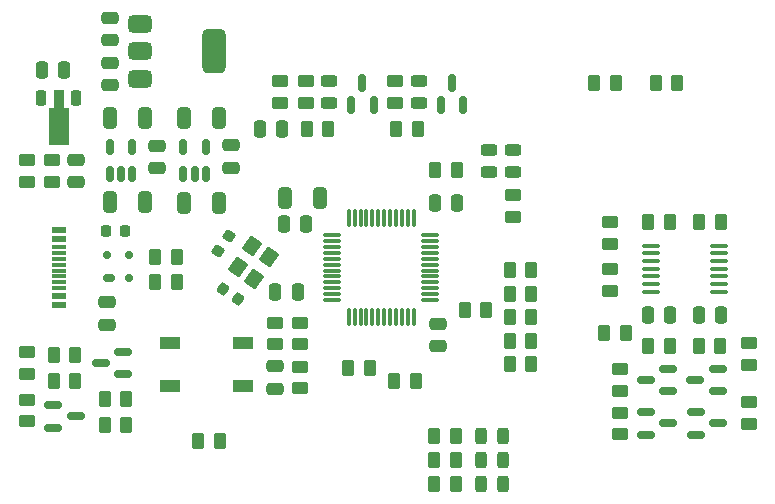
<source format=gbr>
%TF.GenerationSoftware,KiCad,Pcbnew,8.0.4*%
%TF.CreationDate,2024-08-18T22:57:54+08:00*%
%TF.ProjectId,DapLink_STM32F103CBT6,4461704c-696e-46b5-9f53-544d33324631,rev?*%
%TF.SameCoordinates,Original*%
%TF.FileFunction,Paste,Top*%
%TF.FilePolarity,Positive*%
%FSLAX46Y46*%
G04 Gerber Fmt 4.6, Leading zero omitted, Abs format (unit mm)*
G04 Created by KiCad (PCBNEW 8.0.4) date 2024-08-18 22:57:54*
%MOMM*%
%LPD*%
G01*
G04 APERTURE LIST*
G04 Aperture macros list*
%AMRoundRect*
0 Rectangle with rounded corners*
0 $1 Rounding radius*
0 $2 $3 $4 $5 $6 $7 $8 $9 X,Y pos of 4 corners*
0 Add a 4 corners polygon primitive as box body*
4,1,4,$2,$3,$4,$5,$6,$7,$8,$9,$2,$3,0*
0 Add four circle primitives for the rounded corners*
1,1,$1+$1,$2,$3*
1,1,$1+$1,$4,$5*
1,1,$1+$1,$6,$7*
1,1,$1+$1,$8,$9*
0 Add four rect primitives between the rounded corners*
20,1,$1+$1,$2,$3,$4,$5,0*
20,1,$1+$1,$4,$5,$6,$7,0*
20,1,$1+$1,$6,$7,$8,$9,0*
20,1,$1+$1,$8,$9,$2,$3,0*%
%AMRotRect*
0 Rectangle, with rotation*
0 The origin of the aperture is its center*
0 $1 length*
0 $2 width*
0 $3 Rotation angle, in degrees counterclockwise*
0 Add horizontal line*
21,1,$1,$2,0,0,$3*%
%AMFreePoly0*
4,1,9,3.862500,-0.866500,0.737500,-0.866500,0.737500,-0.450000,-0.737500,-0.450000,-0.737500,0.450000,0.737500,0.450000,0.737500,0.866500,3.862500,0.866500,3.862500,-0.866500,3.862500,-0.866500,$1*%
G04 Aperture macros list end*
%ADD10RoundRect,0.250000X0.262500X0.450000X-0.262500X0.450000X-0.262500X-0.450000X0.262500X-0.450000X0*%
%ADD11RoundRect,0.250000X-0.450000X0.262500X-0.450000X-0.262500X0.450000X-0.262500X0.450000X0.262500X0*%
%ADD12RoundRect,0.250000X-0.250000X-0.475000X0.250000X-0.475000X0.250000X0.475000X-0.250000X0.475000X0*%
%ADD13RoundRect,0.250000X0.250000X0.475000X-0.250000X0.475000X-0.250000X-0.475000X0.250000X-0.475000X0*%
%ADD14RoundRect,0.250000X-0.262500X-0.450000X0.262500X-0.450000X0.262500X0.450000X-0.262500X0.450000X0*%
%ADD15RoundRect,0.100000X0.637500X0.100000X-0.637500X0.100000X-0.637500X-0.100000X0.637500X-0.100000X0*%
%ADD16RoundRect,0.150000X0.150000X-0.512500X0.150000X0.512500X-0.150000X0.512500X-0.150000X-0.512500X0*%
%ADD17RoundRect,0.250000X-0.325000X-0.650000X0.325000X-0.650000X0.325000X0.650000X-0.325000X0.650000X0*%
%ADD18RoundRect,0.243750X-0.243750X-0.456250X0.243750X-0.456250X0.243750X0.456250X-0.243750X0.456250X0*%
%ADD19R,1.240000X0.600000*%
%ADD20R,1.240000X0.300000*%
%ADD21RoundRect,0.250000X-0.475000X0.250000X-0.475000X-0.250000X0.475000X-0.250000X0.475000X0.250000X0*%
%ADD22RoundRect,0.250000X0.450000X-0.262500X0.450000X0.262500X-0.450000X0.262500X-0.450000X-0.262500X0*%
%ADD23RoundRect,0.150000X-0.587500X-0.150000X0.587500X-0.150000X0.587500X0.150000X-0.587500X0.150000X0*%
%ADD24R,1.800000X1.100000*%
%ADD25RoundRect,0.150000X0.150000X-0.587500X0.150000X0.587500X-0.150000X0.587500X-0.150000X-0.587500X0*%
%ADD26RoundRect,0.225000X-0.225000X0.425000X-0.225000X-0.425000X0.225000X-0.425000X0.225000X0.425000X0*%
%ADD27FreePoly0,270.000000*%
%ADD28RoundRect,0.243750X-0.456250X0.243750X-0.456250X-0.243750X0.456250X-0.243750X0.456250X0.243750X0*%
%ADD29RoundRect,0.243750X0.456250X-0.243750X0.456250X0.243750X-0.456250X0.243750X-0.456250X-0.243750X0*%
%ADD30RoundRect,0.175000X0.325000X-0.175000X0.325000X0.175000X-0.325000X0.175000X-0.325000X-0.175000X0*%
%ADD31RoundRect,0.150000X0.150000X-0.200000X0.150000X0.200000X-0.150000X0.200000X-0.150000X-0.200000X0*%
%ADD32RoundRect,0.250000X0.475000X-0.250000X0.475000X0.250000X-0.475000X0.250000X-0.475000X-0.250000X0*%
%ADD33RoundRect,0.225000X0.327703X0.075733X-0.040915X0.333843X-0.327703X-0.075733X0.040915X-0.333843X0*%
%ADD34RoundRect,0.150000X0.587500X0.150000X-0.587500X0.150000X-0.587500X-0.150000X0.587500X-0.150000X0*%
%ADD35RoundRect,0.218750X-0.218750X-0.256250X0.218750X-0.256250X0.218750X0.256250X-0.218750X0.256250X0*%
%ADD36RotRect,1.400000X1.200000X55.000000*%
%ADD37RoundRect,0.075000X-0.662500X-0.075000X0.662500X-0.075000X0.662500X0.075000X-0.662500X0.075000X0*%
%ADD38RoundRect,0.075000X-0.075000X-0.662500X0.075000X-0.662500X0.075000X0.662500X-0.075000X0.662500X0*%
%ADD39RoundRect,0.250000X0.325000X0.650000X-0.325000X0.650000X-0.325000X-0.650000X0.325000X-0.650000X0*%
%ADD40RoundRect,0.225000X0.075733X-0.327703X0.333843X0.040915X-0.075733X0.327703X-0.333843X-0.040915X0*%
%ADD41RoundRect,0.375000X-0.625000X-0.375000X0.625000X-0.375000X0.625000X0.375000X-0.625000X0.375000X0*%
%ADD42RoundRect,0.500000X-0.500000X-1.400000X0.500000X-1.400000X0.500000X1.400000X-0.500000X1.400000X0*%
G04 APERTURE END LIST*
D10*
%TO.C,R39*%
X95412500Y-96600000D03*
X93587500Y-96600000D03*
%TD*%
D11*
%TO.C,R22*%
X72200000Y-74212500D03*
X72200000Y-76037500D03*
%TD*%
D12*
%TO.C,C8*%
X75550000Y-84500000D03*
X77450000Y-84500000D03*
%TD*%
D13*
%TO.C,C22*%
X99787500Y-94050000D03*
X97887500Y-94050000D03*
%TD*%
D14*
%TO.C,R12*%
X78062500Y-93550000D03*
X79887500Y-93550000D03*
%TD*%
D15*
%TO.C,U6*%
X99562500Y-92050000D03*
X99562500Y-91400000D03*
X99562500Y-90750000D03*
X99562500Y-90100000D03*
X99562500Y-89450000D03*
X99562500Y-88800000D03*
X99562500Y-88150000D03*
X93837500Y-88150000D03*
X93837500Y-88800000D03*
X93837500Y-89450000D03*
X93837500Y-90100000D03*
X93837500Y-90750000D03*
X93837500Y-91400000D03*
X93837500Y-92050000D03*
%TD*%
D16*
%TO.C,U4*%
X48012500Y-82050000D03*
X48962500Y-82050000D03*
X49912500Y-82050000D03*
X49912500Y-79775000D03*
X48012500Y-79775000D03*
%TD*%
D17*
%TO.C,C18*%
X54325000Y-77300000D03*
X57275000Y-77300000D03*
%TD*%
D14*
%TO.C,R28*%
X43262500Y-97400000D03*
X45087500Y-97400000D03*
%TD*%
D18*
%TO.C,D3*%
X79450000Y-104300000D03*
X81325000Y-104300000D03*
%TD*%
D19*
%TO.C,J4*%
X43725000Y-86800000D03*
X43725000Y-87600000D03*
D20*
X43725000Y-88750000D03*
X43725000Y-89750000D03*
X43725000Y-90250000D03*
X43725000Y-91250000D03*
D19*
X43725000Y-92400000D03*
X43725000Y-93200000D03*
X43725000Y-93200000D03*
X43725000Y-92400000D03*
D20*
X43725000Y-91750000D03*
X43725000Y-90750000D03*
X43725000Y-89250000D03*
X43725000Y-88250000D03*
D19*
X43725000Y-87600000D03*
X43725000Y-86800000D03*
%TD*%
D21*
%TO.C,C1*%
X62000000Y-98350000D03*
X62000000Y-100250000D03*
%TD*%
D22*
%TO.C,R45*%
X102100000Y-103212500D03*
X102100000Y-101387500D03*
%TD*%
D23*
%TO.C,Q3*%
X43250000Y-101650000D03*
X43250000Y-103550000D03*
X45125000Y-102600000D03*
%TD*%
D10*
%TO.C,R7*%
X57312500Y-104700000D03*
X55487500Y-104700000D03*
%TD*%
D11*
%TO.C,R6*%
X82200000Y-83887500D03*
X82200000Y-85712500D03*
%TD*%
D14*
%TO.C,R30*%
X47587500Y-103300000D03*
X49412500Y-103300000D03*
%TD*%
D21*
%TO.C,C5*%
X75800000Y-94750000D03*
X75800000Y-96650000D03*
%TD*%
D22*
%TO.C,R21*%
X62400000Y-76037500D03*
X62400000Y-74212500D03*
%TD*%
%TO.C,R4*%
X62000000Y-96512500D03*
X62000000Y-94687500D03*
%TD*%
D14*
%TO.C,R23*%
X64687500Y-78225000D03*
X66512500Y-78225000D03*
%TD*%
D24*
%TO.C,SW1*%
X59300000Y-100050000D03*
X53100000Y-100050000D03*
X59300000Y-96350000D03*
X53100000Y-96350000D03*
%TD*%
D14*
%TO.C,R40*%
X89887500Y-95500000D03*
X91712500Y-95500000D03*
%TD*%
D22*
%TO.C,R29*%
X40987500Y-103012500D03*
X40987500Y-101187500D03*
%TD*%
D10*
%TO.C,R31*%
X49400000Y-101100000D03*
X47575000Y-101100000D03*
%TD*%
D25*
%TO.C,Q2*%
X68450000Y-76262500D03*
X70350000Y-76262500D03*
X69400000Y-74387500D03*
%TD*%
D23*
%TO.C,Q8*%
X97625000Y-102250000D03*
X97625000Y-104150000D03*
X99500000Y-103200000D03*
%TD*%
D22*
%TO.C,R38*%
X102100000Y-98212500D03*
X102100000Y-96387500D03*
%TD*%
D26*
%TO.C,U5*%
X45200000Y-75650000D03*
D27*
X43700000Y-75737500D03*
D26*
X42200000Y-75650000D03*
%TD*%
D10*
%TO.C,R42*%
X96052500Y-74400000D03*
X94227500Y-74400000D03*
%TD*%
D14*
%TO.C,R10*%
X81887500Y-92200000D03*
X83712500Y-92200000D03*
%TD*%
D28*
%TO.C,D4*%
X80100000Y-80062500D03*
X80100000Y-81937500D03*
%TD*%
D29*
%TO.C,D6*%
X74200000Y-76062500D03*
X74200000Y-74187500D03*
%TD*%
D30*
%TO.C,D8*%
X47950000Y-90900000D03*
D31*
X49650000Y-90900000D03*
X49650000Y-88900000D03*
X47750000Y-88900000D03*
%TD*%
D32*
%TO.C,C11*%
X47800000Y-94850000D03*
X47800000Y-92950000D03*
%TD*%
%TO.C,C12*%
X48000000Y-74550000D03*
X48000000Y-72650000D03*
%TD*%
D14*
%TO.C,R17*%
X51887500Y-91200000D03*
X53712500Y-91200000D03*
%TD*%
D33*
%TO.C,C3*%
X58897343Y-92694522D03*
X57627657Y-91805478D03*
%TD*%
D34*
%TO.C,Q6*%
X95275000Y-100450000D03*
X95275000Y-98550000D03*
X93400000Y-99500000D03*
%TD*%
D28*
%TO.C,D5*%
X82200000Y-80062500D03*
X82200000Y-81937500D03*
%TD*%
D14*
%TO.C,R2*%
X75475000Y-106300000D03*
X77300000Y-106300000D03*
%TD*%
D13*
%TO.C,C7*%
X63912500Y-92050000D03*
X62012500Y-92050000D03*
%TD*%
D22*
%TO.C,R18*%
X64100000Y-96512500D03*
X64100000Y-94687500D03*
%TD*%
D12*
%TO.C,C23*%
X93587500Y-94050000D03*
X95487500Y-94050000D03*
%TD*%
D35*
%TO.C,FB1*%
X47712500Y-86900000D03*
X49287500Y-86900000D03*
%TD*%
D10*
%TO.C,R41*%
X90852500Y-74400000D03*
X89027500Y-74400000D03*
%TD*%
D13*
%TO.C,C9*%
X64650000Y-86300000D03*
X62750000Y-86300000D03*
%TD*%
D11*
%TO.C,R27*%
X40987500Y-97187500D03*
X40987500Y-99012500D03*
%TD*%
D16*
%TO.C,U3*%
X54250000Y-82037500D03*
X55200000Y-82037500D03*
X56150000Y-82037500D03*
X56150000Y-79762500D03*
X54250000Y-79762500D03*
%TD*%
D14*
%TO.C,R32*%
X43262500Y-99600000D03*
X45087500Y-99600000D03*
%TD*%
D11*
%TO.C,R36*%
X90337500Y-86137500D03*
X90337500Y-87962500D03*
%TD*%
D23*
%TO.C,Q7*%
X93425000Y-102250000D03*
X93425000Y-104150000D03*
X95300000Y-103200000D03*
%TD*%
D14*
%TO.C,R1*%
X75475000Y-108300000D03*
X77300000Y-108300000D03*
%TD*%
%TO.C,R33*%
X97925000Y-86150000D03*
X99750000Y-86150000D03*
%TD*%
D21*
%TO.C,C16*%
X58300000Y-79650000D03*
X58300000Y-81550000D03*
%TD*%
D18*
%TO.C,D2*%
X79450000Y-106300000D03*
X81325000Y-106300000D03*
%TD*%
D14*
%TO.C,R3*%
X75475000Y-104300000D03*
X77300000Y-104300000D03*
%TD*%
D10*
%TO.C,R9*%
X73912500Y-99600000D03*
X72087500Y-99600000D03*
%TD*%
D18*
%TO.C,D1*%
X79450000Y-108300000D03*
X81325000Y-108300000D03*
%TD*%
D32*
%TO.C,C15*%
X48000000Y-70750000D03*
X48000000Y-68850000D03*
%TD*%
D12*
%TO.C,C21*%
X42250000Y-73300000D03*
X44150000Y-73300000D03*
%TD*%
D10*
%TO.C,R14*%
X83712500Y-98200000D03*
X81887500Y-98200000D03*
%TD*%
%TO.C,R8*%
X70012500Y-98500000D03*
X68187500Y-98500000D03*
%TD*%
D36*
%TO.C,Y1*%
X60227845Y-90938607D03*
X61489712Y-89136472D03*
X60097155Y-88161393D03*
X58835288Y-89963528D03*
%TD*%
D37*
%TO.C,U1*%
X66837500Y-87250000D03*
X66837500Y-87750000D03*
X66837500Y-88250000D03*
X66837500Y-88750000D03*
X66837500Y-89250000D03*
X66837500Y-89750000D03*
X66837500Y-90250000D03*
X66837500Y-90750000D03*
X66837500Y-91250000D03*
X66837500Y-91750000D03*
X66837500Y-92250000D03*
X66837500Y-92750000D03*
D38*
X68250000Y-94162500D03*
X68750000Y-94162500D03*
X69250000Y-94162500D03*
X69750000Y-94162500D03*
X70250000Y-94162500D03*
X70750000Y-94162500D03*
X71250000Y-94162500D03*
X71750000Y-94162500D03*
X72250000Y-94162500D03*
X72750000Y-94162500D03*
X73250000Y-94162500D03*
X73750000Y-94162500D03*
D37*
X75162500Y-92750000D03*
X75162500Y-92250000D03*
X75162500Y-91750000D03*
X75162500Y-91250000D03*
X75162500Y-90750000D03*
X75162500Y-90250000D03*
X75162500Y-89750000D03*
X75162500Y-89250000D03*
X75162500Y-88750000D03*
X75162500Y-88250000D03*
X75162500Y-87750000D03*
X75162500Y-87250000D03*
D38*
X73750000Y-85837500D03*
X73250000Y-85837500D03*
X72750000Y-85837500D03*
X72250000Y-85837500D03*
X71750000Y-85837500D03*
X71250000Y-85837500D03*
X70750000Y-85837500D03*
X70250000Y-85837500D03*
X69750000Y-85837500D03*
X69250000Y-85837500D03*
X68750000Y-85837500D03*
X68250000Y-85837500D03*
%TD*%
D13*
%TO.C,C10*%
X62600000Y-78225000D03*
X60700000Y-78225000D03*
%TD*%
D22*
%TO.C,R44*%
X91200000Y-100412500D03*
X91200000Y-98587500D03*
%TD*%
%TO.C,R19*%
X64100000Y-100212500D03*
X64100000Y-98387500D03*
%TD*%
D34*
%TO.C,Q5*%
X99475000Y-100450000D03*
X99475000Y-98550000D03*
X97600000Y-99500000D03*
%TD*%
D10*
%TO.C,R15*%
X83712500Y-96200000D03*
X81887500Y-96200000D03*
%TD*%
D14*
%TO.C,R20*%
X72287500Y-78225000D03*
X74112500Y-78225000D03*
%TD*%
D11*
%TO.C,R24*%
X64600000Y-74212500D03*
X64600000Y-76037500D03*
%TD*%
D17*
%TO.C,C19*%
X48037500Y-77350000D03*
X50987500Y-77350000D03*
%TD*%
D14*
%TO.C,R34*%
X93625000Y-86150000D03*
X95450000Y-86150000D03*
%TD*%
D39*
%TO.C,C6*%
X65800000Y-84100000D03*
X62850000Y-84100000D03*
%TD*%
D11*
%TO.C,R43*%
X91200000Y-102287500D03*
X91200000Y-104112500D03*
%TD*%
D25*
%TO.C,Q1*%
X76050000Y-76262500D03*
X77950000Y-76262500D03*
X77000000Y-74387500D03*
%TD*%
D40*
%TO.C,C2*%
X57217978Y-88584843D03*
X58107022Y-87315157D03*
%TD*%
D14*
%TO.C,R11*%
X81887500Y-94200000D03*
X83712500Y-94200000D03*
%TD*%
D11*
%TO.C,R26*%
X43100000Y-80887500D03*
X43100000Y-82712500D03*
%TD*%
D21*
%TO.C,C20*%
X45200000Y-80850000D03*
X45200000Y-82750000D03*
%TD*%
D17*
%TO.C,C14*%
X48037500Y-84450000D03*
X50987500Y-84450000D03*
%TD*%
%TO.C,C13*%
X54325000Y-84500000D03*
X57275000Y-84500000D03*
%TD*%
D34*
%TO.C,Q4*%
X49162500Y-99050000D03*
X49162500Y-97150000D03*
X47287500Y-98100000D03*
%TD*%
D11*
%TO.C,R25*%
X41000000Y-80887500D03*
X41000000Y-82712500D03*
%TD*%
D29*
%TO.C,D7*%
X66600000Y-76062500D03*
X66600000Y-74187500D03*
%TD*%
D14*
%TO.C,R13*%
X81887500Y-90200000D03*
X83712500Y-90200000D03*
%TD*%
D10*
%TO.C,R5*%
X77412500Y-81700000D03*
X75587500Y-81700000D03*
%TD*%
D14*
%TO.C,R37*%
X97887500Y-96600000D03*
X99712500Y-96600000D03*
%TD*%
D21*
%TO.C,C17*%
X52012500Y-79700000D03*
X52012500Y-81600000D03*
%TD*%
D41*
%TO.C,U2*%
X50550000Y-69400000D03*
X50550000Y-71700000D03*
D42*
X56850000Y-71700000D03*
D41*
X50550000Y-74000000D03*
%TD*%
D14*
%TO.C,R16*%
X51887500Y-89100000D03*
X53712500Y-89100000D03*
%TD*%
D11*
%TO.C,R35*%
X90337500Y-90137500D03*
X90337500Y-91962500D03*
%TD*%
M02*

</source>
